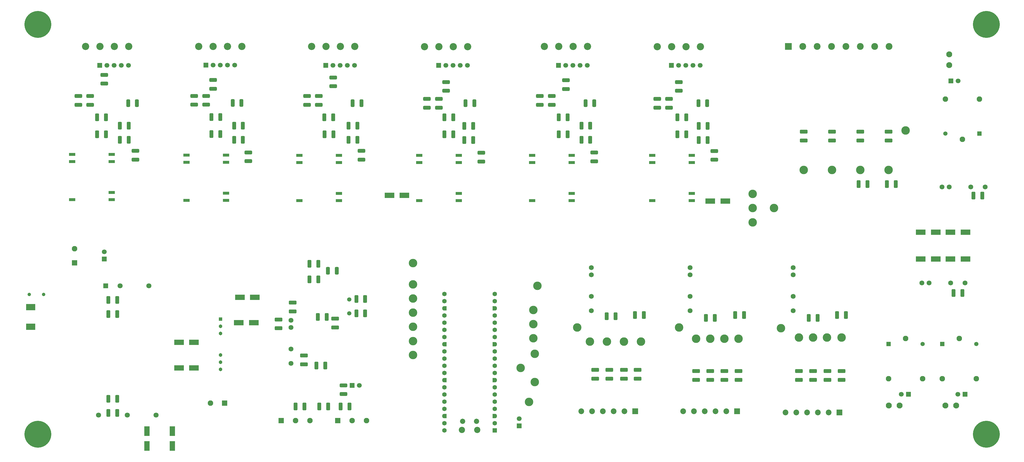
<source format=gbr>
%TF.GenerationSoftware,KiCad,Pcbnew,9.0.1*%
%TF.CreationDate,2025-12-19T01:31:41-08:00*%
%TF.ProjectId,ControlBoard,436f6e74-726f-46c4-926f-6172642e6b69,rev?*%
%TF.SameCoordinates,Original*%
%TF.FileFunction,Soldermask,Bot*%
%TF.FilePolarity,Negative*%
%FSLAX46Y46*%
G04 Gerber Fmt 4.6, Leading zero omitted, Abs format (unit mm)*
G04 Created by KiCad (PCBNEW 9.0.1) date 2025-12-19 01:31:41*
%MOMM*%
%LPD*%
G01*
G04 APERTURE LIST*
G04 Aperture macros list*
%AMRoundRect*
0 Rectangle with rounded corners*
0 $1 Rounding radius*
0 $2 $3 $4 $5 $6 $7 $8 $9 X,Y pos of 4 corners*
0 Add a 4 corners polygon primitive as box body*
4,1,4,$2,$3,$4,$5,$6,$7,$8,$9,$2,$3,0*
0 Add four circle primitives for the rounded corners*
1,1,$1+$1,$2,$3*
1,1,$1+$1,$4,$5*
1,1,$1+$1,$6,$7*
1,1,$1+$1,$8,$9*
0 Add four rect primitives between the rounded corners*
20,1,$1+$1,$2,$3,$4,$5,0*
20,1,$1+$1,$4,$5,$6,$7,0*
20,1,$1+$1,$6,$7,$8,$9,0*
20,1,$1+$1,$8,$9,$2,$3,0*%
%AMFreePoly0*
4,1,37,0.603843,0.796157,0.639018,0.796157,0.711114,0.766294,0.766294,0.711114,0.796157,0.639018,0.796157,0.603843,0.800000,0.600000,0.800000,-0.600000,0.796157,-0.603843,0.796157,-0.639018,0.766294,-0.711114,0.711114,-0.766294,0.639018,-0.796157,0.603843,-0.796157,0.600000,-0.800000,0.000000,-0.800000,0.000000,-0.796148,-0.078414,-0.796148,-0.232228,-0.765552,-0.377117,-0.705537,
-0.507515,-0.618408,-0.618408,-0.507515,-0.705537,-0.377117,-0.765552,-0.232228,-0.796148,-0.078414,-0.796148,0.078414,-0.765552,0.232228,-0.705537,0.377117,-0.618408,0.507515,-0.507515,0.618408,-0.377117,0.705537,-0.232228,0.765552,-0.078414,0.796148,0.000000,0.796148,0.000000,0.800000,0.600000,0.800000,0.603843,0.796157,0.603843,0.796157,$1*%
%AMFreePoly1*
4,1,37,0.000000,0.796148,0.078414,0.796148,0.232228,0.765552,0.377117,0.705537,0.507515,0.618408,0.618408,0.507515,0.705537,0.377117,0.765552,0.232228,0.796148,0.078414,0.796148,-0.078414,0.765552,-0.232228,0.705537,-0.377117,0.618408,-0.507515,0.507515,-0.618408,0.377117,-0.705537,0.232228,-0.765552,0.078414,-0.796148,0.000000,-0.796148,0.000000,-0.800000,-0.600000,-0.800000,
-0.603843,-0.796157,-0.639018,-0.796157,-0.711114,-0.766294,-0.766294,-0.711114,-0.796157,-0.639018,-0.796157,-0.603843,-0.800000,-0.600000,-0.800000,0.600000,-0.796157,0.603843,-0.796157,0.639018,-0.766294,0.711114,-0.711114,0.766294,-0.639018,0.796157,-0.603843,0.796157,-0.600000,0.800000,0.000000,0.800000,0.000000,0.796148,0.000000,0.796148,$1*%
G04 Aperture macros list end*
%ADD10R,3.500000X1.850000*%
%ADD11RoundRect,0.250000X0.412500X1.100000X-0.412500X1.100000X-0.412500X-1.100000X0.412500X-1.100000X0*%
%ADD12C,3.000000*%
%ADD13RoundRect,0.250000X1.100000X-0.412500X1.100000X0.412500X-1.100000X0.412500X-1.100000X-0.412500X0*%
%ADD14C,2.200000*%
%ADD15C,1.850000*%
%ADD16RoundRect,0.200000X0.600000X0.600000X-0.600000X0.600000X-0.600000X-0.600000X0.600000X-0.600000X0*%
%ADD17C,1.600000*%
%ADD18FreePoly0,180.000000*%
%ADD19FreePoly1,180.000000*%
%ADD20C,2.550000*%
%ADD21RoundRect,0.250000X-1.075000X0.400000X-1.075000X-0.400000X1.075000X-0.400000X1.075000X0.400000X0*%
%ADD22R,1.700000X1.700000*%
%ADD23C,1.700000*%
%ADD24R,2.300000X1.000000*%
%ADD25RoundRect,0.250000X1.075000X-0.400000X1.075000X0.400000X-1.075000X0.400000X-1.075000X-0.400000X0*%
%ADD26RoundRect,0.250000X-0.400000X-1.075000X0.400000X-1.075000X0.400000X1.075000X-0.400000X1.075000X0*%
%ADD27RoundRect,0.250000X-0.412500X-1.100000X0.412500X-1.100000X0.412500X1.100000X-0.412500X1.100000X0*%
%ADD28C,1.500000*%
%ADD29R,1.950000X1.950000*%
%ADD30C,1.950000*%
%ADD31R,2.025000X2.025000*%
%ADD32C,2.025000*%
%ADD33C,2.100000*%
%ADD34C,1.725000*%
%ADD35C,1.217000*%
%ADD36R,1.500000X1.500000*%
%ADD37R,1.800000X1.800000*%
%ADD38C,1.800000*%
%ADD39C,9.500000*%
%ADD40R,2.400000X2.400000*%
%ADD41C,2.400000*%
%ADD42R,1.303000X1.303000*%
%ADD43C,1.303000*%
%ADD44RoundRect,0.250000X-1.100000X0.412500X-1.100000X-0.412500X1.100000X-0.412500X1.100000X0.412500X0*%
%ADD45RoundRect,0.250000X0.400000X1.075000X-0.400000X1.075000X-0.400000X-1.075000X0.400000X-1.075000X0*%
%ADD46R,1.850000X3.500000*%
%ADD47R,3.200000X2.250000*%
G04 APERTURE END LIST*
D10*
%TO.C,C175*%
X162000000Y-73000000D03*
X156700000Y-73000000D03*
%TD*%
%TO.C,C176*%
X270000000Y-75000000D03*
X275300000Y-75000000D03*
%TD*%
%TO.C,C167*%
X103500000Y-118000000D03*
X108800000Y-118000000D03*
%TD*%
%TO.C,C164*%
X82350000Y-125000000D03*
X87650000Y-125000000D03*
%TD*%
%TO.C,C165*%
X82350000Y-134000000D03*
X87650000Y-134000000D03*
%TD*%
%TO.C,C166*%
X103850000Y-109000000D03*
X109150000Y-109000000D03*
%TD*%
D11*
%TO.C,C44*%
X93817500Y-51300000D03*
X96942500Y-51300000D03*
%TD*%
D10*
%TO.C,C163*%
X354850000Y-95500000D03*
X360150000Y-95500000D03*
%TD*%
%TO.C,C162*%
X344350000Y-95500000D03*
X349650000Y-95500000D03*
%TD*%
%TO.C,C161*%
X354850000Y-86000000D03*
X360150000Y-86000000D03*
%TD*%
%TO.C,C160*%
X344350000Y-86000000D03*
X349650000Y-86000000D03*
%TD*%
D12*
%TO.C,TP9*%
X239500000Y-124675000D03*
%TD*%
%TO.C,TP7*%
X227500000Y-124675000D03*
%TD*%
D13*
%TO.C,C112*%
X229367500Y-134723750D03*
X229367500Y-137848750D03*
%TD*%
%TO.C,C114*%
X239500000Y-134723750D03*
X239500000Y-137848750D03*
%TD*%
D12*
%TO.C,TP39*%
X292500000Y-77500000D03*
%TD*%
%TO.C,TP38*%
X285000000Y-72500000D03*
%TD*%
%TO.C,TP37*%
X285000000Y-77500000D03*
%TD*%
%TO.C,TP36*%
X285000000Y-82500000D03*
%TD*%
D14*
%TO.C,A1*%
X187725000Y-155962500D03*
D15*
X187425000Y-152932500D03*
X182575000Y-152932500D03*
D14*
X182275000Y-155962500D03*
D16*
X193890000Y-156092500D03*
D17*
X193890000Y-153552500D03*
D18*
X193890000Y-151012500D03*
D17*
X193890000Y-148472500D03*
X193890000Y-145932500D03*
X193890000Y-143392500D03*
X193890000Y-140852500D03*
D18*
X193890000Y-138312500D03*
D17*
X193890000Y-135772500D03*
X193890000Y-133232500D03*
X193890000Y-130692500D03*
X193890000Y-128152500D03*
D18*
X193890000Y-125612500D03*
D17*
X193890000Y-123072500D03*
X193890000Y-120532500D03*
X193890000Y-117992500D03*
X193890000Y-115452500D03*
D18*
X193890000Y-112912500D03*
D17*
X193890000Y-110372500D03*
X193890000Y-107832500D03*
X176110000Y-107832500D03*
X176110000Y-110372500D03*
D19*
X176110000Y-112912500D03*
D17*
X176110000Y-115452500D03*
X176110000Y-117992500D03*
X176110000Y-120532500D03*
X176110000Y-123072500D03*
D19*
X176110000Y-125612500D03*
D17*
X176110000Y-128152500D03*
X176110000Y-130692500D03*
X176110000Y-133232500D03*
X176110000Y-135772500D03*
D19*
X176110000Y-138312500D03*
D17*
X176110000Y-140852500D03*
X176110000Y-143392500D03*
X176110000Y-145932500D03*
X176110000Y-148472500D03*
D19*
X176110000Y-151012500D03*
D17*
X176110000Y-153552500D03*
X176110000Y-156092500D03*
%TD*%
D20*
%TO.C,J20*%
X251320000Y-20400000D03*
X256400000Y-20400000D03*
X261480000Y-20400000D03*
X266560000Y-20400000D03*
%TD*%
D21*
%TO.C,R59*%
X255463250Y-38850000D03*
X255463250Y-41950000D03*
%TD*%
D11*
%TO.C,C91*%
X269065000Y-48400000D03*
X265940000Y-48400000D03*
%TD*%
%TO.C,C92*%
X261502500Y-51400000D03*
X258377500Y-51400000D03*
%TD*%
D22*
%TO.C,J17*%
X256320000Y-27012500D03*
D23*
X258860000Y-27012500D03*
X261400000Y-27012500D03*
X263940000Y-27012500D03*
X266480000Y-27012500D03*
%TD*%
D24*
%TO.C,PS11*%
X249495000Y-74866000D03*
X249495000Y-61406000D03*
X249495000Y-58866000D03*
X263465000Y-58866000D03*
X263465000Y-61406000D03*
X263465000Y-72326000D03*
X263465000Y-74866000D03*
%TD*%
D25*
%TO.C,R64*%
X271440000Y-60400000D03*
X271440000Y-57300000D03*
%TD*%
D26*
%TO.C,R60*%
X265840000Y-40400000D03*
X268940000Y-40400000D03*
%TD*%
D21*
%TO.C,R62*%
X258940000Y-32900000D03*
X258940000Y-36000000D03*
%TD*%
D11*
%TO.C,C96*%
X269067500Y-53400000D03*
X265942500Y-53400000D03*
%TD*%
D21*
%TO.C,R58*%
X251253250Y-38850000D03*
X251253250Y-41950000D03*
%TD*%
D27*
%TO.C,C93*%
X258377500Y-45400000D03*
X261502500Y-45400000D03*
%TD*%
D20*
%TO.C,J14*%
X226680000Y-20350000D03*
X221600000Y-20350000D03*
X216520000Y-20350000D03*
X211440000Y-20350000D03*
%TD*%
D21*
%TO.C,R68*%
X209826750Y-40950000D03*
X209826750Y-37850000D03*
%TD*%
D24*
%TO.C,PS12*%
X221085000Y-74816000D03*
X221085000Y-72276000D03*
X221085000Y-61356000D03*
X221085000Y-58816000D03*
X207115000Y-58816000D03*
X207115000Y-61356000D03*
X207115000Y-74816000D03*
%TD*%
D11*
%TO.C,C102*%
X224497500Y-53350000D03*
X227622500Y-53350000D03*
%TD*%
D21*
%TO.C,R69*%
X214036750Y-40950000D03*
X214036750Y-37850000D03*
%TD*%
D11*
%TO.C,C107*%
X224497500Y-48350000D03*
X227622500Y-48350000D03*
%TD*%
D21*
%TO.C,R72*%
X219060000Y-35350000D03*
X219060000Y-32250000D03*
%TD*%
D26*
%TO.C,R70*%
X229060000Y-40350000D03*
X225960000Y-40350000D03*
%TD*%
D23*
%TO.C,J9*%
X226600000Y-26962500D03*
X224060000Y-26962500D03*
X221520000Y-26962500D03*
X218980000Y-26962500D03*
D22*
X216440000Y-26962500D03*
%TD*%
D11*
%TO.C,C103*%
X216497500Y-51350000D03*
X219622500Y-51350000D03*
%TD*%
D27*
%TO.C,C104*%
X219622500Y-45350000D03*
X216497500Y-45350000D03*
%TD*%
D25*
%TO.C,R74*%
X229060000Y-57850000D03*
X229060000Y-60950000D03*
%TD*%
D20*
%TO.C,J19*%
X169060000Y-20400000D03*
X174140000Y-20400000D03*
X179220000Y-20400000D03*
X184300000Y-20400000D03*
%TD*%
D21*
%TO.C,R38*%
X169970000Y-38850000D03*
X169970000Y-41950000D03*
%TD*%
%TO.C,R39*%
X174180000Y-38850000D03*
X174180000Y-41950000D03*
%TD*%
D11*
%TO.C,C70*%
X179242500Y-51400000D03*
X176117500Y-51400000D03*
%TD*%
D26*
%TO.C,R40*%
X183580000Y-40400000D03*
X186680000Y-40400000D03*
%TD*%
D25*
%TO.C,R44*%
X189180000Y-61000000D03*
X189180000Y-57900000D03*
%TD*%
D27*
%TO.C,C71*%
X176117500Y-45400000D03*
X179242500Y-45400000D03*
%TD*%
D22*
%TO.C,J16*%
X174060000Y-27012500D03*
D23*
X176600000Y-27012500D03*
X179140000Y-27012500D03*
X181680000Y-27012500D03*
X184220000Y-27012500D03*
%TD*%
D11*
%TO.C,C72*%
X186242500Y-53400000D03*
X183117500Y-53400000D03*
%TD*%
%TO.C,C69*%
X186242500Y-48400000D03*
X183117500Y-48400000D03*
%TD*%
D24*
%TO.C,PS9*%
X167235000Y-74866000D03*
X167235000Y-61406000D03*
X167235000Y-58866000D03*
X181205000Y-58866000D03*
X181205000Y-61406000D03*
X181205000Y-72326000D03*
X181205000Y-74866000D03*
%TD*%
D21*
%TO.C,R42*%
X176680000Y-32900000D03*
X176680000Y-36000000D03*
%TD*%
D20*
%TO.C,J13*%
X129180000Y-20350000D03*
X134260000Y-20350000D03*
X139340000Y-20350000D03*
X144420000Y-20350000D03*
%TD*%
D24*
%TO.C,PS10*%
X124855000Y-74816000D03*
X124855000Y-61356000D03*
X124855000Y-58816000D03*
X138825000Y-58816000D03*
X138825000Y-61356000D03*
X138825000Y-72276000D03*
X138825000Y-74816000D03*
%TD*%
D26*
%TO.C,R50*%
X143700000Y-40350000D03*
X146800000Y-40350000D03*
%TD*%
D11*
%TO.C,C80*%
X145362500Y-48350000D03*
X142237500Y-48350000D03*
%TD*%
D27*
%TO.C,C82*%
X133675000Y-45350000D03*
X136800000Y-45350000D03*
%TD*%
D21*
%TO.C,R52*%
X136800000Y-31300000D03*
X136800000Y-34400000D03*
%TD*%
D25*
%TO.C,R54*%
X146800000Y-60350000D03*
X146800000Y-57250000D03*
%TD*%
D21*
%TO.C,R49*%
X131776750Y-37850000D03*
X131776750Y-40950000D03*
%TD*%
D11*
%TO.C,C81*%
X136925000Y-51350000D03*
X133800000Y-51350000D03*
%TD*%
D21*
%TO.C,R48*%
X127566750Y-37850000D03*
X127566750Y-40950000D03*
%TD*%
D22*
%TO.C,J8*%
X134180000Y-26962500D03*
D23*
X136720000Y-26962500D03*
X139260000Y-26962500D03*
X141800000Y-26962500D03*
X144340000Y-26962500D03*
%TD*%
D11*
%TO.C,C85*%
X145362500Y-53350000D03*
X142237500Y-53350000D03*
%TD*%
D20*
%TO.C,J18*%
X104540000Y-20300000D03*
X99460000Y-20300000D03*
X94380000Y-20300000D03*
X89300000Y-20300000D03*
%TD*%
D21*
%TO.C,R16*%
X87710000Y-37800000D03*
X87710000Y-40900000D03*
%TD*%
D26*
%TO.C,R18*%
X101320000Y-40300000D03*
X104420000Y-40300000D03*
%TD*%
D11*
%TO.C,C48*%
X104942500Y-53300000D03*
X101817500Y-53300000D03*
%TD*%
D25*
%TO.C,R22*%
X106880000Y-60900000D03*
X106880000Y-57800000D03*
%TD*%
D27*
%TO.C,C45*%
X93817500Y-45300000D03*
X96942500Y-45300000D03*
%TD*%
D21*
%TO.C,R20*%
X94420000Y-32200000D03*
X94420000Y-35300000D03*
%TD*%
%TO.C,R17*%
X91920000Y-37800000D03*
X91920000Y-40900000D03*
%TD*%
D22*
%TO.C,J15*%
X91840000Y-26912500D03*
D23*
X94380000Y-26912500D03*
X96920000Y-26912500D03*
X99460000Y-26912500D03*
X102000000Y-26912500D03*
%TD*%
D24*
%TO.C,PS5*%
X84975000Y-74766000D03*
X84975000Y-61306000D03*
X84975000Y-58766000D03*
X98945000Y-58766000D03*
X98945000Y-61306000D03*
X98945000Y-72226000D03*
X98945000Y-74766000D03*
%TD*%
D11*
%TO.C,C43*%
X104942500Y-48300000D03*
X101817500Y-48300000D03*
%TD*%
D28*
%TO.C,Y1*%
X142500000Y-109795000D03*
X142500000Y-114675000D03*
%TD*%
D12*
%TO.C,TP26*%
X203000000Y-134000000D03*
%TD*%
%TO.C,TP14*%
X316367500Y-123286250D03*
%TD*%
%TO.C,TP32*%
X165000000Y-114500000D03*
%TD*%
D29*
%TO.C,J22*%
X45450000Y-96855000D03*
D30*
X45450000Y-91855000D03*
%TD*%
D29*
%TO.C,J27*%
X98500000Y-146500000D03*
D30*
X93500000Y-146500000D03*
%TD*%
D31*
%TO.C,J24*%
X243525000Y-149356250D03*
D32*
X239715000Y-149356250D03*
X235905000Y-149356250D03*
X232095000Y-149356250D03*
X228285000Y-149356250D03*
X224475000Y-149356250D03*
%TD*%
D12*
%TO.C,TP31*%
X165000000Y-109462500D03*
%TD*%
%TO.C,TP4*%
X303000000Y-64000000D03*
%TD*%
D33*
%TO.C,J6*%
X336905000Y-147285000D03*
X333095000Y-147285000D03*
%TD*%
D12*
%TO.C,TP22*%
X207500000Y-118500000D03*
%TD*%
%TO.C,TP30*%
X165000000Y-104500000D03*
%TD*%
%TO.C,TP20*%
X301367500Y-123286250D03*
%TD*%
D34*
%TO.C,PS1*%
X228000000Y-98515000D03*
X228000000Y-101055000D03*
X228000000Y-108675000D03*
X228000000Y-113755000D03*
%TD*%
D12*
%TO.C,TP21*%
X207500000Y-123500000D03*
%TD*%
D35*
%TO.C,F1*%
X34550000Y-108000000D03*
X29450000Y-108000000D03*
%TD*%
D36*
%TO.C,K1*%
X333000000Y-125590000D03*
D30*
X333000000Y-137790000D03*
X345000000Y-137790000D03*
D28*
X345000000Y-125590000D03*
D30*
X339000000Y-123590000D03*
%TD*%
D12*
%TO.C,TP8*%
X233500000Y-124675000D03*
%TD*%
D22*
%TO.C,JP1*%
X143500000Y-140175000D03*
D23*
X146040000Y-140175000D03*
%TD*%
D12*
%TO.C,TP33*%
X165000000Y-119462500D03*
%TD*%
D34*
%TO.C,PS13*%
X351887500Y-70000000D03*
X354427500Y-70000000D03*
X362047500Y-70000000D03*
X367127500Y-70000000D03*
%TD*%
D12*
%TO.C,TP24*%
X209000000Y-105000000D03*
%TD*%
D37*
%TO.C,PS7*%
X56460000Y-105000000D03*
D38*
X61540000Y-105000000D03*
X71700000Y-105000000D03*
X53920000Y-150720000D03*
X64080000Y-150720000D03*
X74240000Y-150720000D03*
%TD*%
D12*
%TO.C,TP18*%
X306367500Y-123286250D03*
%TD*%
D34*
%TO.C,PS14*%
X344760000Y-104000000D03*
X347300000Y-104000000D03*
X354920000Y-104000000D03*
X360000000Y-104000000D03*
%TD*%
%TO.C,PS4*%
X121915000Y-117175000D03*
X121915000Y-119715000D03*
X121915000Y-127335000D03*
X121915000Y-132415000D03*
%TD*%
D12*
%TO.C,TP35*%
X165000000Y-129462500D03*
%TD*%
%TO.C,TP3*%
X333000000Y-64000000D03*
%TD*%
%TO.C,TP6*%
X313000000Y-64000000D03*
%TD*%
D33*
%TO.C,J4*%
X356905000Y-147285000D03*
X353095000Y-147285000D03*
%TD*%
D12*
%TO.C,TP17*%
X270000000Y-123675000D03*
%TD*%
D36*
%TO.C,K2*%
X352000000Y-125590000D03*
D30*
X352000000Y-137790000D03*
X364000000Y-137790000D03*
D28*
X364000000Y-125590000D03*
D30*
X358000000Y-123590000D03*
%TD*%
D12*
%TO.C,TP23*%
X207500000Y-113500000D03*
%TD*%
%TO.C,TP15*%
X265000000Y-123675000D03*
%TD*%
D33*
%TO.C,J5*%
X354450000Y-23095000D03*
X354450000Y-26905000D03*
%TD*%
D39*
%TO.C,H3*%
X32500000Y-157500000D03*
%TD*%
D12*
%TO.C,TP16*%
X311250000Y-123250000D03*
%TD*%
%TO.C,TP19*%
X275000000Y-123675000D03*
%TD*%
%TO.C,TP2*%
X223000000Y-119675000D03*
%TD*%
D39*
%TO.C,H1*%
X32500000Y-12500000D03*
%TD*%
%TO.C,H4*%
X367500000Y-157500000D03*
%TD*%
D12*
%TO.C,TP10*%
X245500000Y-124675000D03*
%TD*%
%TO.C,TP11*%
X259000000Y-119675000D03*
%TD*%
%TO.C,TP28*%
X206000000Y-146000000D03*
%TD*%
D39*
%TO.C,H2*%
X367500000Y-12500000D03*
%TD*%
D12*
%TO.C,TP25*%
X208000000Y-139000000D03*
%TD*%
D29*
%TO.C,J10*%
X118420000Y-152675000D03*
D30*
X123500000Y-152675000D03*
X128580000Y-152675000D03*
%TD*%
D12*
%TO.C,TP29*%
X165000000Y-96962500D03*
%TD*%
D40*
%TO.C,J25*%
X297600000Y-20350000D03*
D41*
X302680000Y-20350000D03*
X307760000Y-20350000D03*
X312840000Y-20350000D03*
X317920000Y-20350000D03*
X323000000Y-20350000D03*
X328080000Y-20350000D03*
X333160000Y-20350000D03*
%TD*%
D12*
%TO.C,TP12*%
X295000000Y-120000000D03*
%TD*%
%TO.C,TP13*%
X280000000Y-123675000D03*
%TD*%
D31*
%TO.C,J26*%
X279525000Y-149356250D03*
D32*
X275715000Y-149356250D03*
X271905000Y-149356250D03*
X268095000Y-149356250D03*
X264285000Y-149356250D03*
X260475000Y-149356250D03*
%TD*%
D12*
%TO.C,TP5*%
X323000000Y-64000000D03*
%TD*%
%TO.C,TP34*%
X165000000Y-124500000D03*
%TD*%
D34*
%TO.C,PS2*%
X262915000Y-98515000D03*
X262915000Y-101055000D03*
X262915000Y-108675000D03*
X262915000Y-113755000D03*
%TD*%
D36*
%TO.C,K3*%
X365085000Y-51150000D03*
D30*
X365085000Y-38950000D03*
X353085000Y-38950000D03*
D28*
X353085000Y-51150000D03*
D30*
X359085000Y-53150000D03*
%TD*%
D29*
%TO.C,J11*%
X138420000Y-152675000D03*
D30*
X143500000Y-152675000D03*
X148580000Y-152675000D03*
%TD*%
D12*
%TO.C,TP1*%
X339000000Y-50000000D03*
%TD*%
%TO.C,TP27*%
X208000000Y-129000000D03*
%TD*%
D34*
%TO.C,PS3*%
X299282500Y-98515000D03*
X299282500Y-101055000D03*
X299282500Y-108675000D03*
X299282500Y-113755000D03*
%TD*%
D31*
%TO.C,J28*%
X315607500Y-149786250D03*
D32*
X311797500Y-149786250D03*
X307987500Y-149786250D03*
X304177500Y-149786250D03*
X300367500Y-149786250D03*
X296557500Y-149786250D03*
%TD*%
D22*
%TO.C,J29*%
X202500000Y-154502500D03*
D23*
X202500000Y-151962500D03*
%TD*%
D42*
%TO.C,PS6*%
X97000000Y-116760000D03*
D43*
X97000000Y-119300000D03*
X97000000Y-121840000D03*
X97000000Y-129460000D03*
X97000000Y-132000000D03*
X97000000Y-134540000D03*
%TD*%
D11*
%TO.C,C36*%
X135062500Y-147675000D03*
X131937500Y-147675000D03*
%TD*%
D13*
%TO.C,C118*%
X306367500Y-138237500D03*
X306367500Y-135112500D03*
%TD*%
D27*
%TO.C,C24*%
X304805000Y-116286250D03*
X307930000Y-116286250D03*
%TD*%
%TO.C,C8*%
X233437500Y-115755000D03*
X236562500Y-115755000D03*
%TD*%
D22*
%TO.C,J7*%
X54380000Y-26962500D03*
D23*
X56920000Y-26962500D03*
X59460000Y-26962500D03*
X62000000Y-26962500D03*
X64540000Y-26962500D03*
%TD*%
D11*
%TO.C,C12*%
X335562500Y-69000000D03*
X332437500Y-69000000D03*
%TD*%
D13*
%TO.C,C115*%
X244367500Y-137848750D03*
X244367500Y-134723750D03*
%TD*%
D11*
%TO.C,C50*%
X60562500Y-110000000D03*
X57437500Y-110000000D03*
%TD*%
%TO.C,C51*%
X60522500Y-149955000D03*
X57397500Y-149955000D03*
%TD*%
D25*
%TO.C,R34*%
X66937500Y-60350000D03*
X66937500Y-57250000D03*
%TD*%
D22*
%TO.C,J2*%
X355000000Y-32500000D03*
D23*
X357540000Y-32500000D03*
%TD*%
D11*
%TO.C,C58*%
X64562500Y-48350000D03*
X61437500Y-48350000D03*
%TD*%
%TO.C,C59*%
X56562500Y-51350000D03*
X53437500Y-51350000D03*
%TD*%
D44*
%TO.C,C111*%
X303000000Y-50437500D03*
X303000000Y-53562500D03*
%TD*%
D13*
%TO.C,C120*%
X280000000Y-138237500D03*
X280000000Y-135112500D03*
%TD*%
D11*
%TO.C,C52*%
X60522500Y-144955000D03*
X57397500Y-144955000D03*
%TD*%
D13*
%TO.C,C123*%
X275000000Y-138237500D03*
X275000000Y-135112500D03*
%TD*%
D11*
%TO.C,C35*%
X126625000Y-147675000D03*
X123500000Y-147675000D03*
%TD*%
D13*
%TO.C,C121*%
X265000000Y-138237500D03*
X265000000Y-135112500D03*
%TD*%
D27*
%TO.C,C60*%
X53437500Y-45350000D03*
X56562500Y-45350000D03*
%TD*%
D13*
%TO.C,C116*%
X316367500Y-138237500D03*
X316367500Y-135112500D03*
%TD*%
D21*
%TO.C,R28*%
X46790000Y-37850000D03*
X46790000Y-40950000D03*
%TD*%
D44*
%TO.C,C108*%
X333000000Y-50437500D03*
X333000000Y-53562500D03*
%TD*%
D45*
%TO.C,R8*%
X138100000Y-99675000D03*
X135000000Y-99675000D03*
%TD*%
D13*
%TO.C,C33*%
X126500000Y-132737500D03*
X126500000Y-129612500D03*
%TD*%
D27*
%TO.C,C11*%
X322437500Y-69000000D03*
X325562500Y-69000000D03*
%TD*%
%TO.C,C34*%
X130937500Y-133175000D03*
X134062500Y-133175000D03*
%TD*%
D21*
%TO.C,R29*%
X51000000Y-37850000D03*
X51000000Y-40950000D03*
%TD*%
D26*
%TO.C,R30*%
X64400000Y-40350000D03*
X67500000Y-40350000D03*
%TD*%
D44*
%TO.C,C31*%
X117500000Y-116875000D03*
X117500000Y-120000000D03*
%TD*%
D27*
%TO.C,C26*%
X145000000Y-109675000D03*
X148125000Y-109675000D03*
%TD*%
D13*
%TO.C,C28*%
X137500000Y-119675000D03*
X137500000Y-116550000D03*
%TD*%
D11*
%TO.C,C63*%
X64562500Y-53350000D03*
X61437500Y-53350000D03*
%TD*%
%TO.C,C49*%
X60562500Y-115000000D03*
X57437500Y-115000000D03*
%TD*%
D46*
%TO.C,C155*%
X71000000Y-156350000D03*
X71000000Y-161650000D03*
%TD*%
D21*
%TO.C,R32*%
X56000000Y-30350000D03*
X56000000Y-33450000D03*
%TD*%
D22*
%TO.C,J3*%
X340000000Y-143335000D03*
D23*
X337460000Y-143335000D03*
%TD*%
D27*
%TO.C,C30*%
X145000000Y-114675000D03*
X148125000Y-114675000D03*
%TD*%
D22*
%TO.C,J1*%
X360000000Y-143335000D03*
D23*
X357460000Y-143335000D03*
%TD*%
D47*
%TO.C,D3*%
X30000000Y-119450000D03*
X30000000Y-112550000D03*
%TD*%
D11*
%TO.C,C32*%
X134500000Y-116000000D03*
X131375000Y-116000000D03*
%TD*%
D24*
%TO.C,PS8*%
X44610000Y-74528000D03*
X44610000Y-61068000D03*
X44610000Y-58528000D03*
X58580000Y-58528000D03*
X58580000Y-61068000D03*
X58580000Y-71988000D03*
X58580000Y-74528000D03*
%TD*%
D27*
%TO.C,C22*%
X268500000Y-116286250D03*
X271625000Y-116286250D03*
%TD*%
%TO.C,C125*%
X363000000Y-73085000D03*
X366125000Y-73085000D03*
%TD*%
D13*
%TO.C,C122*%
X270000000Y-138237500D03*
X270000000Y-135112500D03*
%TD*%
D11*
%TO.C,C23*%
X317930000Y-115286250D03*
X314805000Y-115286250D03*
%TD*%
D13*
%TO.C,C27*%
X122500000Y-114062500D03*
X122500000Y-110937500D03*
%TD*%
D11*
%TO.C,C21*%
X281930000Y-115286250D03*
X278805000Y-115286250D03*
%TD*%
%TO.C,C37*%
X142562500Y-147675000D03*
X139437500Y-147675000D03*
%TD*%
D13*
%TO.C,C117*%
X311367500Y-138237500D03*
X311367500Y-135112500D03*
%TD*%
D21*
%TO.C,R9*%
X140500000Y-140175000D03*
X140500000Y-143275000D03*
%TD*%
D13*
%TO.C,C113*%
X234367500Y-137848750D03*
X234367500Y-134723750D03*
%TD*%
D44*
%TO.C,C109*%
X323000000Y-50437500D03*
X323000000Y-53562500D03*
%TD*%
D22*
%TO.C,J21*%
X56000000Y-95455000D03*
D23*
X56000000Y-92915000D03*
%TD*%
D11*
%TO.C,C29*%
X131562500Y-97175000D03*
X128437500Y-97175000D03*
%TD*%
D27*
%TO.C,C124*%
X355937500Y-107530000D03*
X359062500Y-107530000D03*
%TD*%
D13*
%TO.C,C119*%
X301367500Y-138237500D03*
X301367500Y-135112500D03*
%TD*%
D11*
%TO.C,C25*%
X131562500Y-102675000D03*
X128437500Y-102675000D03*
%TD*%
D44*
%TO.C,C110*%
X313000000Y-50437500D03*
X313000000Y-53562500D03*
%TD*%
D11*
%TO.C,C7*%
X246562500Y-115286250D03*
X243437500Y-115286250D03*
%TD*%
D46*
%TO.C,C152*%
X80000000Y-156350000D03*
X80000000Y-161650000D03*
%TD*%
D20*
%TO.C,J12*%
X49380000Y-20350000D03*
X54460000Y-20350000D03*
X59540000Y-20350000D03*
X64620000Y-20350000D03*
%TD*%
M02*

</source>
